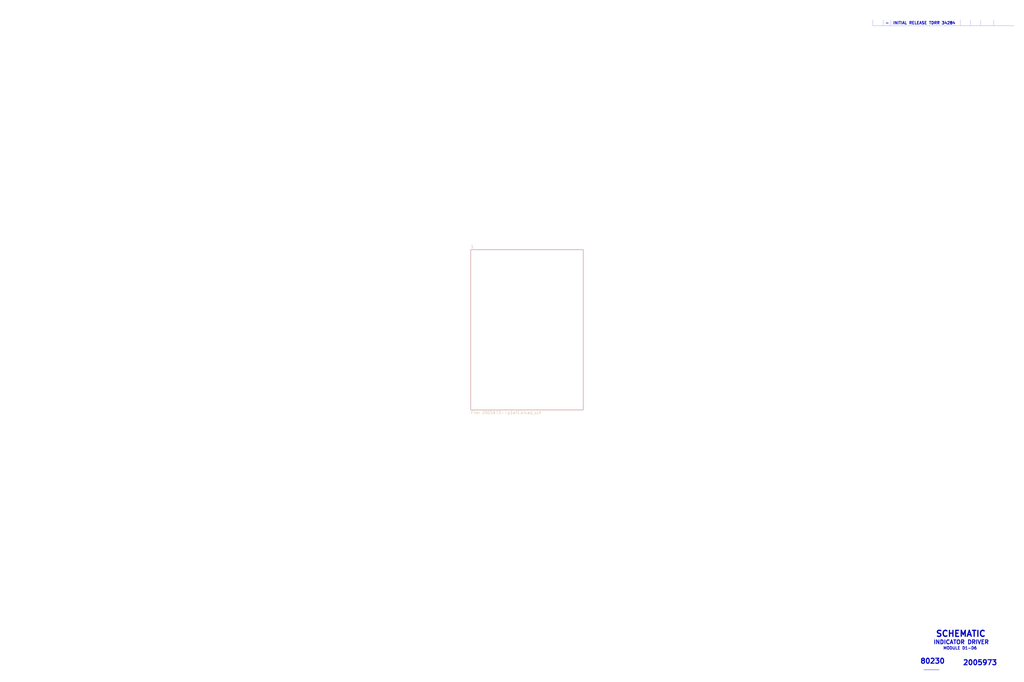
<source format=kicad_sch>
(kicad_sch (version 20211123) (generator eeschema)
  (paper "User" 1295.4 863.6)
  (lib_symbols)
  (polyline (pts (xy 1215.009 25.019) (xy 1215.009 32.258)) (stroke (width 0) (type solid)))
  (polyline (pts (xy 1227.709 25.146) (xy 1227.709 32.385)) (stroke (width 0) (type solid)))
  (polyline (pts (xy 1117.092 25.146) (xy 1117.092 32.385)) (stroke (width 0) (type solid)))
  (polyline (pts (xy 1104.011 25.146) (xy 1104.011 32.385)) (stroke (width 0) (type solid)))
  (polyline (pts (xy 1104.011 32.385) (xy 1282.827 32.385)) (stroke (width 0) (type solid)))
  (polyline (pts (xy 1240.409 25.146) (xy 1240.409 32.385)) (stroke (width 0) (type solid)))
  (polyline (pts (xy 1256.919 25.146) (xy 1256.919 32.385)) (stroke (width 0) (type solid)))
  (polyline (pts (xy 1168.654 847.8012) (xy 1188.0596 847.8012)) (stroke (width 0.381) (type solid)))
  (polyline (pts (xy 1126.617 25.146) (xy 1126.617 32.385)) (stroke (width 0) (type solid)))
  (text "-  INITIAL RELEASE TDRR 34284" (at 1119.632 31.242 0) (effects (font (size 3.556 3.556) (thickness 0.7112) bold) (justify left bottom)))
  (text "2005973" (at 1217.7776 842.6196 0) (effects (font (size 6.35 6.35) (thickness 1.27) bold) (justify left bottom)))
  (text "80230" (at 1195.705 840.74 180) (effects (font (size 6.35 6.35) (thickness 1.27) bold) (justify right bottom)))
  (text "INDICATOR DRIVER" (at 1180.592 816.0004 0) (effects (font (size 5.08 5.08) (thickness 1.016) bold) (justify left bottom)))
  (text "SCHEMATIC" (at 1183.4368 806.8564 0) (effects (font (size 7.62 7.62) (thickness 1.524) bold) (justify left bottom)))
  (text "MODULE D1-D6" (at 1192.9872 822.706 0) (effects (font (size 3.556 3.556) (thickness 0.7112) bold) (justify left bottom)))
  (text "1" (at 1254.6076 848.8172 0) (effects (font (size 0 0)) (justify left bottom)))
  (sheet (at 595.63 316.23) (size 142.24 202.565)
    (property "Sheet name" "1" (at 595.63 314.3754 0) (effects (font (size 3.556 3.556)) (justify left bottom)))
    (property "Sheet file" "2005973--p1of1.kicad_sch" (at 595.63 520.294 0) (effects (font (size 3.556 3.556)) (justify left top)))
  )
)
</source>
